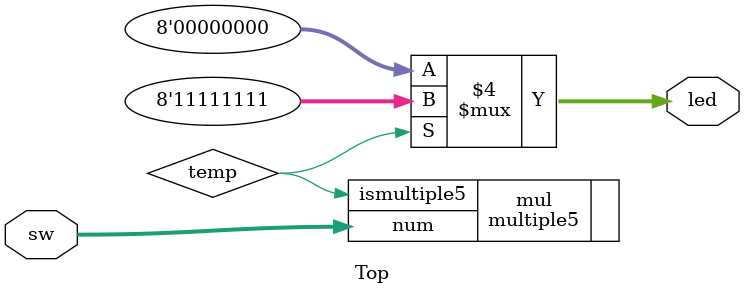
<source format=v>
module Top(
    input wire [7:0] sw,
    output reg [7:0] led
);
wire temp;
multiple5 mul(
    .num(sw),
    .ismultiple5(temp)
);
always @(*) begin
    if(temp == 1) begin
        led = 8'b1111_1111;
    end else begin
        led = 8'b0000_0000; 
    end
end
endmodule
</source>
